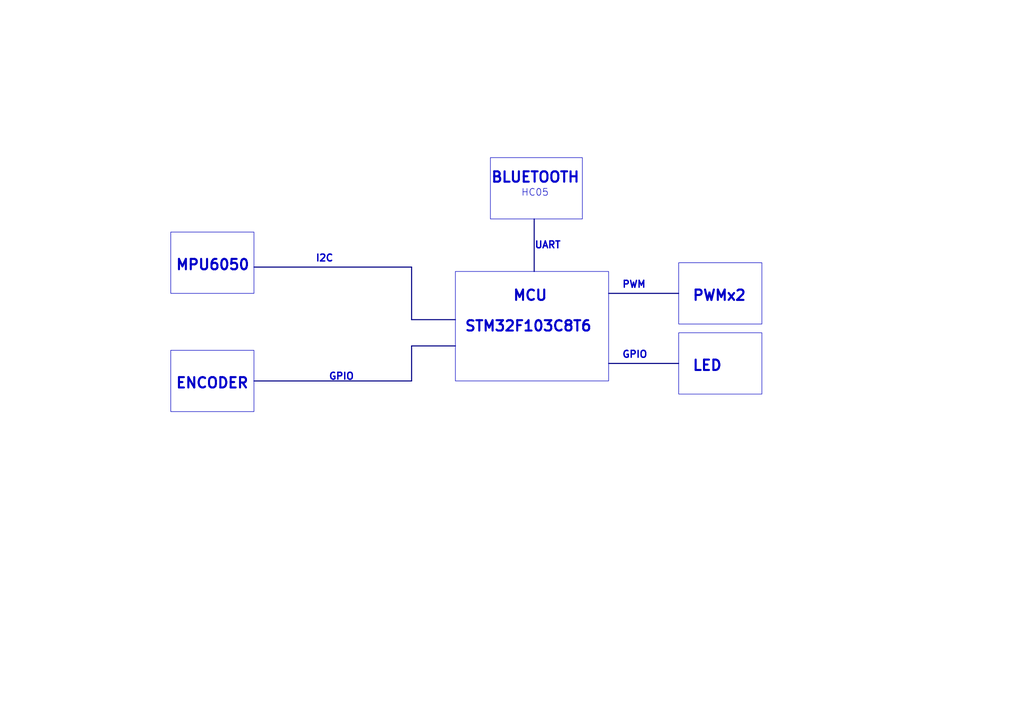
<source format=kicad_sch>
(kicad_sch (version 20230121) (generator eeschema)
  (paper "A4")
  (lib_symbols)
  (bus (pts (xy 73.66 110.49) (xy 119.38 110.49)))
  (bus (pts (xy 119.38 110.49) (xy 119.38 100.33)))
  (bus (pts (xy 119.38 100.33) (xy 132.08 100.33)))
  (bus (pts (xy 73.66 77.47) (xy 119.38 77.47)))
  (bus (pts (xy 176.53 85.09) (xy 196.85 85.09)))
  (bus (pts (xy 154.94 63.5) (xy 154.94 78.74)))
  (bus (pts (xy 119.38 92.71) (xy 119.38 77.47)))
  (bus (pts (xy 176.53 105.41) (xy 196.85 105.41)))
  (bus (pts (xy 119.38 92.71) (xy 132.08 92.71)))
  (rectangle (start 132.08 78.74) (end 176.53 110.49))
  (rectangle (start 142.24 45.72) (end 168.91 63.5))
  (rectangle (start 49.53 101.6) (end 73.66 119.38))
  (rectangle (start 196.85 76.2) (end 220.98 93.98))
  (rectangle (start 49.53 67.31) (end 73.66 85.09))
  (rectangle (start 196.85 96.52) (end 220.98 114.3))
  (text "MPU6050\n" (at 50.8 78.74 0) (effects (font (size 3 3) bold) (justify left bottom)))
  (text "UART" (at 154.94 72.39 0) (effects (font (size 2 2) bold) (justify left bottom)))
  (text "GPIO\n" (at 95.25 110.49 0) (effects (font (size 2 2) bold) (justify left bottom)))
  (text "GPIO" (at 180.34 104.14 0) (effects (font (size 2 2) bold) (justify left bottom)))
  (text "LED" (at 200.66 107.95 0) (effects (font (size 3 3) bold) (justify left bottom)))
  (text "PWM" (at 180.34 83.82 0) (effects (font (size 2 2) bold) (justify left bottom)))
  (text "MCU" (at 148.59 87.63 0) (effects (font (size 3 3) (thickness 0.6) bold) (justify left bottom)))
  (text "BLUETOOTH" (at 142.24 53.34 0) (effects (font (size 3 3) bold) (justify left bottom)))
  (text "PWMx2" (at 200.66 87.63 0) (effects (font (size 3 3) bold) (justify left bottom)))
  (text "STM32F103C8T6" (at 134.62 96.52 0) (effects (font (size 3 3) (thickness 0.6) bold) (justify left bottom)))
  (text "ENCODER" (at 50.8 113.03 0) (effects (font (size 3 3) bold) (justify left bottom)))
  (text "HC05" (at 151.13 57.15 0) (effects (font (size 2 2)) (justify left bottom)))
  (text "I2C\n" (at 91.44 76.2 0) (effects (font (size 2 2) bold) (justify left bottom)))
)
</source>
